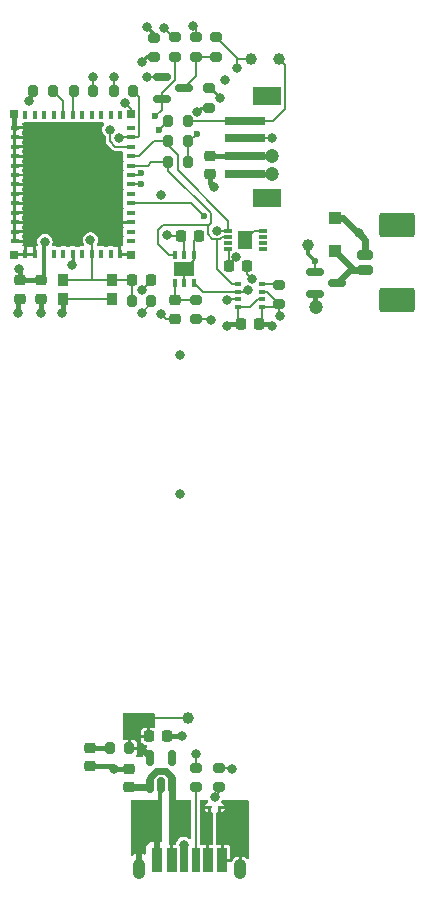
<source format=gtl>
G04 #@! TF.GenerationSoftware,KiCad,Pcbnew,7.0.7*
G04 #@! TF.CreationDate,2023-11-19T01:45:29-05:00*
G04 #@! TF.ProjectId,room_environment_monitor,726f6f6d-5f65-46e7-9669-726f6e6d656e,rev?*
G04 #@! TF.SameCoordinates,Original*
G04 #@! TF.FileFunction,Copper,L1,Top*
G04 #@! TF.FilePolarity,Positive*
%FSLAX46Y46*%
G04 Gerber Fmt 4.6, Leading zero omitted, Abs format (unit mm)*
G04 Created by KiCad (PCBNEW 7.0.7) date 2023-11-19 01:45:29*
%MOMM*%
%LPD*%
G01*
G04 APERTURE LIST*
G04 Aperture macros list*
%AMRoundRect*
0 Rectangle with rounded corners*
0 $1 Rounding radius*
0 $2 $3 $4 $5 $6 $7 $8 $9 X,Y pos of 4 corners*
0 Add a 4 corners polygon primitive as box body*
4,1,4,$2,$3,$4,$5,$6,$7,$8,$9,$2,$3,0*
0 Add four circle primitives for the rounded corners*
1,1,$1+$1,$2,$3*
1,1,$1+$1,$4,$5*
1,1,$1+$1,$6,$7*
1,1,$1+$1,$8,$9*
0 Add four rect primitives between the rounded corners*
20,1,$1+$1,$2,$3,$4,$5,0*
20,1,$1+$1,$4,$5,$6,$7,0*
20,1,$1+$1,$6,$7,$8,$9,0*
20,1,$1+$1,$8,$9,$2,$3,0*%
%AMFreePoly0*
4,1,6,0.725000,-0.725000,-0.725000,-0.725000,-0.725000,0.125000,-0.125000,0.725000,0.725000,0.725000,0.725000,-0.725000,0.725000,-0.725000,$1*%
G04 Aperture macros list end*
G04 #@! TA.AperFunction,SMDPad,CuDef*
%ADD10RoundRect,0.200000X0.200000X0.275000X-0.200000X0.275000X-0.200000X-0.275000X0.200000X-0.275000X0*%
G04 #@! TD*
G04 #@! TA.AperFunction,SMDPad,CuDef*
%ADD11RoundRect,0.200000X0.275000X-0.200000X0.275000X0.200000X-0.275000X0.200000X-0.275000X-0.200000X0*%
G04 #@! TD*
G04 #@! TA.AperFunction,SMDPad,CuDef*
%ADD12RoundRect,0.200000X-0.275000X0.200000X-0.275000X-0.200000X0.275000X-0.200000X0.275000X0.200000X0*%
G04 #@! TD*
G04 #@! TA.AperFunction,SMDPad,CuDef*
%ADD13RoundRect,0.225000X-0.225000X-0.250000X0.225000X-0.250000X0.225000X0.250000X-0.225000X0.250000X0*%
G04 #@! TD*
G04 #@! TA.AperFunction,SMDPad,CuDef*
%ADD14RoundRect,0.150000X-0.587500X-0.150000X0.587500X-0.150000X0.587500X0.150000X-0.587500X0.150000X0*%
G04 #@! TD*
G04 #@! TA.AperFunction,SMDPad,CuDef*
%ADD15RoundRect,0.150000X0.150000X-0.512500X0.150000X0.512500X-0.150000X0.512500X-0.150000X-0.512500X0*%
G04 #@! TD*
G04 #@! TA.AperFunction,SMDPad,CuDef*
%ADD16RoundRect,0.200000X-0.200000X-0.275000X0.200000X-0.275000X0.200000X0.275000X-0.200000X0.275000X0*%
G04 #@! TD*
G04 #@! TA.AperFunction,ComponentPad*
%ADD17O,1.066800X1.701800*%
G04 #@! TD*
G04 #@! TA.AperFunction,SMDPad,CuDef*
%ADD18R,0.889000X2.006600*%
G04 #@! TD*
G04 #@! TA.AperFunction,SMDPad,CuDef*
%ADD19R,0.812800X2.006600*%
G04 #@! TD*
G04 #@! TA.AperFunction,SMDPad,CuDef*
%ADD20R,0.711200X2.006600*%
G04 #@! TD*
G04 #@! TA.AperFunction,SMDPad,CuDef*
%ADD21R,0.500000X0.350000*%
G04 #@! TD*
G04 #@! TA.AperFunction,SMDPad,CuDef*
%ADD22C,1.000000*%
G04 #@! TD*
G04 #@! TA.AperFunction,SMDPad,CuDef*
%ADD23R,1.701800X1.244600*%
G04 #@! TD*
G04 #@! TA.AperFunction,SMDPad,CuDef*
%ADD24R,0.355600X0.660400*%
G04 #@! TD*
G04 #@! TA.AperFunction,SMDPad,CuDef*
%ADD25RoundRect,0.225000X-0.250000X0.225000X-0.250000X-0.225000X0.250000X-0.225000X0.250000X0.225000X0*%
G04 #@! TD*
G04 #@! TA.AperFunction,SMDPad,CuDef*
%ADD26R,0.700000X0.700000*%
G04 #@! TD*
G04 #@! TA.AperFunction,SMDPad,CuDef*
%ADD27R,1.450000X1.450000*%
G04 #@! TD*
G04 #@! TA.AperFunction,SMDPad,CuDef*
%ADD28FreePoly0,90.000000*%
G04 #@! TD*
G04 #@! TA.AperFunction,SMDPad,CuDef*
%ADD29R,0.800000X0.400000*%
G04 #@! TD*
G04 #@! TA.AperFunction,SMDPad,CuDef*
%ADD30R,0.400000X0.800000*%
G04 #@! TD*
G04 #@! TA.AperFunction,SMDPad,CuDef*
%ADD31R,2.387600X1.600200*%
G04 #@! TD*
G04 #@! TA.AperFunction,SMDPad,CuDef*
%ADD32R,3.352800X0.711200*%
G04 #@! TD*
G04 #@! TA.AperFunction,SMDPad,CuDef*
%ADD33RoundRect,0.062500X0.117500X0.062500X-0.117500X0.062500X-0.117500X-0.062500X0.117500X-0.062500X0*%
G04 #@! TD*
G04 #@! TA.AperFunction,SMDPad,CuDef*
%ADD34RoundRect,0.218750X0.256250X-0.218750X0.256250X0.218750X-0.256250X0.218750X-0.256250X-0.218750X0*%
G04 #@! TD*
G04 #@! TA.AperFunction,SMDPad,CuDef*
%ADD35RoundRect,0.225000X0.250000X-0.225000X0.250000X0.225000X-0.250000X0.225000X-0.250000X-0.225000X0*%
G04 #@! TD*
G04 #@! TA.AperFunction,SMDPad,CuDef*
%ADD36RoundRect,0.250001X1.249999X-0.799999X1.249999X0.799999X-1.249999X0.799999X-1.249999X-0.799999X0*%
G04 #@! TD*
G04 #@! TA.AperFunction,SMDPad,CuDef*
%ADD37RoundRect,0.200000X0.450000X-0.200000X0.450000X0.200000X-0.450000X0.200000X-0.450000X-0.200000X0*%
G04 #@! TD*
G04 #@! TA.AperFunction,SMDPad,CuDef*
%ADD38RoundRect,0.225000X0.225000X0.250000X-0.225000X0.250000X-0.225000X-0.250000X0.225000X-0.250000X0*%
G04 #@! TD*
G04 #@! TA.AperFunction,SMDPad,CuDef*
%ADD39R,0.900000X1.000000*%
G04 #@! TD*
G04 #@! TA.AperFunction,SMDPad,CuDef*
%ADD40R,1.300000X1.500000*%
G04 #@! TD*
G04 #@! TA.AperFunction,SMDPad,CuDef*
%ADD41R,0.750000X0.300000*%
G04 #@! TD*
G04 #@! TA.AperFunction,SMDPad,CuDef*
%ADD42RoundRect,0.250000X-0.300000X0.300000X-0.300000X-0.300000X0.300000X-0.300000X0.300000X0.300000X0*%
G04 #@! TD*
G04 #@! TA.AperFunction,ViaPad*
%ADD43C,0.800000*%
G04 #@! TD*
G04 #@! TA.AperFunction,ViaPad*
%ADD44C,1.200000*%
G04 #@! TD*
G04 #@! TA.AperFunction,ViaPad*
%ADD45C,0.600000*%
G04 #@! TD*
G04 #@! TA.AperFunction,Conductor*
%ADD46C,0.200000*%
G04 #@! TD*
G04 #@! TA.AperFunction,Conductor*
%ADD47C,0.250000*%
G04 #@! TD*
G04 #@! TA.AperFunction,Conductor*
%ADD48C,0.400000*%
G04 #@! TD*
G04 #@! TA.AperFunction,Conductor*
%ADD49C,0.300000*%
G04 #@! TD*
G04 #@! TA.AperFunction,Conductor*
%ADD50C,0.600000*%
G04 #@! TD*
G04 #@! TA.AperFunction,Conductor*
%ADD51C,0.150000*%
G04 #@! TD*
G04 APERTURE END LIST*
D10*
X98425000Y-77000000D03*
X96775000Y-77000000D03*
D11*
X117600000Y-93412500D03*
X117600000Y-95062500D03*
D12*
X112250000Y-74075000D03*
X112250000Y-72425000D03*
X110500000Y-74075000D03*
X110500000Y-72425000D03*
D10*
X108175000Y-79500000D03*
X109825000Y-79500000D03*
D13*
X106700000Y-93000000D03*
X105150000Y-93000000D03*
X110775000Y-89250000D03*
X109225000Y-89250000D03*
D14*
X122500000Y-93250000D03*
X120625000Y-94200000D03*
X120625000Y-92300000D03*
D15*
X106625000Y-133487500D03*
X108525000Y-133487500D03*
X108525000Y-135762500D03*
X107575000Y-135762500D03*
X106625000Y-135762500D03*
D16*
X109825000Y-83000000D03*
X108175000Y-83000000D03*
D17*
X105730001Y-142900003D03*
X114269999Y-142900003D03*
D18*
X112750000Y-142100002D03*
D19*
X111520000Y-142100002D03*
D20*
X109500001Y-142100002D03*
D18*
X107250000Y-142100002D03*
D19*
X108480000Y-142100002D03*
D20*
X110499999Y-142100002D03*
D21*
X116150000Y-95287500D03*
X116150000Y-94637500D03*
X116150000Y-93987500D03*
X116150000Y-93337500D03*
X114100000Y-93337500D03*
X114100000Y-93987500D03*
X114100000Y-94637500D03*
X114100000Y-95287500D03*
D22*
X109900000Y-130100000D03*
D23*
X109550001Y-92056200D03*
D24*
X108750000Y-90862400D03*
X109550001Y-90862400D03*
X110350002Y-90862400D03*
X110350002Y-93250000D03*
X109550001Y-93250000D03*
X108750000Y-93250000D03*
D25*
X111750000Y-84025000D03*
X111750000Y-82475000D03*
D11*
X112500000Y-134300000D03*
X112500000Y-135950000D03*
D26*
X95150000Y-90850000D03*
X105050000Y-90850000D03*
X105050000Y-78950000D03*
X95150000Y-78950000D03*
D27*
X102075000Y-82925000D03*
X100100000Y-82925000D03*
X98125000Y-82925000D03*
X102075000Y-84900000D03*
X100100000Y-84900000D03*
X98125000Y-84900000D03*
X102075000Y-86875000D03*
X100100000Y-86875000D03*
D28*
X98125000Y-86875000D03*
D29*
X95200000Y-89700000D03*
X95200000Y-88900000D03*
X95200000Y-88100000D03*
X95200000Y-87300000D03*
X95200000Y-86500000D03*
X95200000Y-85700000D03*
X95200000Y-84900000D03*
X95200000Y-84100000D03*
X95200000Y-83300000D03*
X95200000Y-82500000D03*
X95200000Y-81700000D03*
X95200000Y-80900000D03*
X95200000Y-80100000D03*
D30*
X96100000Y-79000000D03*
X96900000Y-79000000D03*
X97700000Y-79000000D03*
X98500000Y-79000000D03*
X99300000Y-79000000D03*
X100100000Y-79000000D03*
X100900000Y-79000000D03*
X101700000Y-79000000D03*
X102500000Y-79000000D03*
X103300000Y-79000000D03*
X104100000Y-79000000D03*
D29*
X105000000Y-80100000D03*
X105000000Y-80900000D03*
X105000000Y-81700000D03*
X105000000Y-82500000D03*
X105000000Y-83300000D03*
X105000000Y-84100000D03*
X105000000Y-84900000D03*
X105000000Y-85700000D03*
X105000000Y-86500000D03*
X105000000Y-87300000D03*
X105000000Y-88100000D03*
X105000000Y-88900000D03*
X105000000Y-89700000D03*
D30*
X104100000Y-90800000D03*
X103300000Y-90800000D03*
X102500000Y-90800000D03*
X101700000Y-90800000D03*
X100900000Y-90800000D03*
X100100000Y-90800000D03*
X99300000Y-90800000D03*
X98500000Y-90800000D03*
X97700000Y-90800000D03*
X96900000Y-90800000D03*
X96100000Y-90800000D03*
D31*
X116528448Y-86050002D03*
X116528448Y-77449998D03*
D32*
X114645800Y-84000001D03*
X114645800Y-82500001D03*
X114645800Y-80999999D03*
X114645800Y-79499999D03*
D22*
X117600000Y-74300000D03*
D13*
X108100000Y-131625000D03*
X106550000Y-131625000D03*
D33*
X112545000Y-137650000D03*
X111705000Y-137650000D03*
D12*
X108750000Y-74075000D03*
X108750000Y-72425000D03*
X107000000Y-74112500D03*
X107000000Y-72462500D03*
D16*
X109825000Y-81250000D03*
X108175000Y-81250000D03*
D10*
X105100000Y-94750000D03*
X106750000Y-94750000D03*
D11*
X110500000Y-134300000D03*
X110500000Y-135950000D03*
D34*
X101575000Y-132587500D03*
X101575000Y-134162500D03*
D35*
X104825000Y-134350000D03*
X104825000Y-135900000D03*
D36*
X127575000Y-88350000D03*
X127575000Y-94700000D03*
D37*
X124825000Y-90900000D03*
X124825000Y-92150000D03*
D16*
X101825000Y-77000000D03*
X100175000Y-77000000D03*
D12*
X111600000Y-78400000D03*
X111600000Y-76750000D03*
D38*
X114325000Y-96737500D03*
X115875000Y-96737500D03*
D39*
X99300000Y-93000000D03*
X103400000Y-93000000D03*
X99300000Y-94600000D03*
X103400000Y-94600000D03*
D40*
X114725000Y-89575000D03*
D41*
X113275000Y-90325000D03*
X113275000Y-89825000D03*
X113275000Y-89325000D03*
X113275000Y-88825000D03*
X116175000Y-88825000D03*
X116175000Y-89325000D03*
X116175000Y-89825000D03*
X116175000Y-90325000D03*
D10*
X103250000Y-132625000D03*
X104900000Y-132625000D03*
D25*
X108750000Y-96275000D03*
X108750000Y-94725000D03*
D11*
X110500000Y-94675000D03*
X110500000Y-96325000D03*
D25*
X97400000Y-94575000D03*
X97400000Y-93025000D03*
D22*
X115200000Y-74300000D03*
D25*
X95600000Y-94575000D03*
X95600000Y-93025000D03*
D42*
X122275000Y-90550000D03*
X122275000Y-87750000D03*
D16*
X105225000Y-77000000D03*
X103575000Y-77000000D03*
D13*
X114850000Y-91800000D03*
X113300000Y-91800000D03*
D22*
X120000000Y-90000000D03*
D14*
X109500000Y-76750000D03*
X107625000Y-77700000D03*
X107625000Y-75800000D03*
D43*
X113964711Y-91056219D03*
X96400000Y-77800000D03*
X101600000Y-89600000D03*
X103575000Y-134375000D03*
X95500000Y-95800000D03*
X97425000Y-95750000D03*
X107600000Y-95900000D03*
D44*
X117000000Y-84000000D03*
D43*
X109325000Y-131625000D03*
X110575000Y-133125000D03*
X106400000Y-71600000D03*
X98000000Y-85000000D03*
X106000000Y-137750000D03*
X113200000Y-96900000D03*
X104500000Y-78000000D03*
X107600000Y-85800000D03*
X98000000Y-83000000D03*
X106000000Y-139500000D03*
X115300000Y-92900000D03*
X109550001Y-92056200D03*
D44*
X120700000Y-95300000D03*
D43*
X102000000Y-85000000D03*
X109200000Y-99300000D03*
X114250000Y-137750000D03*
X105985081Y-93804619D03*
X98000000Y-86800000D03*
X113000000Y-138500000D03*
X114700000Y-89600000D03*
X109200000Y-111100000D03*
X113580000Y-134370000D03*
X114250000Y-139500000D03*
X107000000Y-138500000D03*
X99175000Y-95750000D03*
X112100000Y-85100000D03*
X104000000Y-81000000D03*
X111800000Y-96400000D03*
X117000000Y-96900000D03*
X112600000Y-77575000D03*
X106400000Y-75800000D03*
X108100000Y-89200000D03*
X105075000Y-130125000D03*
X113020000Y-76050000D03*
X107815962Y-71673806D03*
X95537701Y-92062299D03*
X113200000Y-94700000D03*
X105075000Y-131125000D03*
X106325000Y-130125000D03*
D45*
X110600000Y-80600000D03*
D43*
X97750000Y-89750000D03*
X103600000Y-75800000D03*
X117650000Y-96062500D03*
X106000000Y-95750000D03*
X110250000Y-71500000D03*
D44*
X117000000Y-82500000D03*
D43*
X109500000Y-139500000D03*
X111500000Y-138550000D03*
X109500000Y-137750000D03*
X124300000Y-89000000D03*
X111500000Y-140000000D03*
X110657911Y-78736508D03*
X103250000Y-80250000D03*
D45*
X107400000Y-80300000D03*
X105900000Y-84900000D03*
X111200000Y-87600000D03*
X120600000Y-91400000D03*
X107100000Y-79100000D03*
X105900000Y-83900000D03*
D43*
X112300000Y-88800000D03*
X114949051Y-93835863D03*
X112120000Y-136750000D03*
X109500000Y-140800000D03*
X101800000Y-75800000D03*
X117000000Y-81000000D03*
X114000000Y-75000000D03*
X106000000Y-74500000D03*
X100000000Y-91750000D03*
D46*
X113300000Y-91720930D02*
X113964711Y-91056219D01*
X113300000Y-91800000D02*
X113300000Y-91720930D01*
X96775000Y-77425000D02*
X96400000Y-77800000D01*
X96775000Y-77000000D02*
X96775000Y-77425000D01*
X101700000Y-90800000D02*
X101700000Y-92950000D01*
X101750000Y-93000000D02*
X103400000Y-93000000D01*
X101700000Y-90800000D02*
X101700000Y-89700000D01*
X105150000Y-93000000D02*
X105150000Y-94700000D01*
X101700000Y-89700000D02*
X101600000Y-89600000D01*
X101700000Y-92950000D02*
X101750000Y-93000000D01*
X101750000Y-93000000D02*
X99300000Y-93000000D01*
X103400000Y-93000000D02*
X105150000Y-93000000D01*
X108750000Y-96275000D02*
X107975000Y-96275000D01*
X109550001Y-93250000D02*
X109550001Y-92056200D01*
D47*
X107000000Y-72200000D02*
X106400000Y-71600000D01*
D46*
X107975000Y-96275000D02*
X107600000Y-95900000D01*
X115125000Y-95287500D02*
X115775000Y-94637500D01*
X114100000Y-95287500D02*
X114100000Y-96512500D01*
X109550001Y-92056200D02*
X110350002Y-91256199D01*
D48*
X111750000Y-84750000D02*
X112100000Y-85100000D01*
X114325000Y-96737500D02*
X113362500Y-96737500D01*
D46*
X110350002Y-90862400D02*
X110350002Y-89674998D01*
X110350002Y-91256199D02*
X110350002Y-90862400D01*
X115475000Y-88825000D02*
X114725000Y-89575000D01*
D48*
X97425000Y-94525000D02*
X97425000Y-95750000D01*
X103362500Y-134162500D02*
X103575000Y-134375000D01*
D46*
X110350002Y-89674998D02*
X110775000Y-89250000D01*
X114850000Y-91800000D02*
X114850000Y-92450000D01*
D48*
X111750000Y-84025000D02*
X111750000Y-84750000D01*
D46*
X106700000Y-93089700D02*
X105985081Y-93804619D01*
D48*
X99300000Y-94600000D02*
X99300000Y-95625000D01*
X104825000Y-134350000D02*
X103600000Y-134350000D01*
X103600000Y-134350000D02*
X103575000Y-134375000D01*
D46*
X116175000Y-88825000D02*
X115475000Y-88825000D01*
X114100000Y-95287500D02*
X115125000Y-95287500D01*
X113510000Y-134300000D02*
X113580000Y-134370000D01*
D48*
X114645800Y-84000001D02*
X117000000Y-84000000D01*
X120625000Y-94200000D02*
X120625000Y-95225000D01*
X95150000Y-78950000D02*
X95150000Y-80050000D01*
D46*
X110575000Y-134300000D02*
X110575000Y-133125000D01*
X115775000Y-94637500D02*
X116150000Y-94637500D01*
X105050000Y-78550000D02*
X104500000Y-78000000D01*
D48*
X95500000Y-94525000D02*
X95500000Y-95800000D01*
D46*
X114850000Y-92450000D02*
X115300000Y-92900000D01*
D48*
X113362500Y-96737500D02*
X113200000Y-96900000D01*
D46*
X112500000Y-134300000D02*
X113510000Y-134300000D01*
D48*
X120625000Y-95225000D02*
X120700000Y-95300000D01*
D46*
X105050000Y-78950000D02*
X105050000Y-78550000D01*
X103400000Y-94600000D02*
X99300000Y-94600000D01*
D48*
X99300000Y-95625000D02*
X99175000Y-95750000D01*
X101575000Y-134162500D02*
X103362500Y-134162500D01*
X95150000Y-80050000D02*
X95200000Y-80100000D01*
X108100000Y-131625000D02*
X109325000Y-131625000D01*
D46*
X105000000Y-80900000D02*
X104100000Y-80900000D01*
X105000000Y-80900000D02*
X105600000Y-80900000D01*
X105600000Y-80900000D02*
X105700000Y-80800000D01*
X104100000Y-80900000D02*
X104000000Y-81000000D01*
X105700000Y-80800000D02*
X105700000Y-77475000D01*
X105700000Y-77475000D02*
X105225000Y-77000000D01*
X116150000Y-95287500D02*
X116150000Y-96462500D01*
X113612500Y-94637500D02*
X113200000Y-94700000D01*
X107200000Y-75800000D02*
X106400000Y-75800000D01*
X114100000Y-94637500D02*
X113612500Y-94637500D01*
X103575000Y-77000000D02*
X103575000Y-75825000D01*
X106350000Y-130100000D02*
X109900000Y-130100000D01*
X109550001Y-89575001D02*
X109225000Y-89250000D01*
D49*
X97700000Y-92700000D02*
X97700000Y-90800000D01*
D48*
X115875000Y-96737500D02*
X116837500Y-96737500D01*
D46*
X116150000Y-93987500D02*
X116525000Y-93987500D01*
X117600000Y-95062500D02*
X117600000Y-96137500D01*
D49*
X97700000Y-90800000D02*
X97700000Y-89800000D01*
D46*
X109550001Y-90862400D02*
X109550001Y-89575001D01*
D48*
X95600000Y-92124598D02*
X95537701Y-92062299D01*
D46*
X103575000Y-75825000D02*
X103600000Y-75800000D01*
X113200000Y-94700000D02*
X113487500Y-94637500D01*
D49*
X97425000Y-92975000D02*
X97700000Y-92700000D01*
D46*
X113487500Y-94637500D02*
X113550000Y-94637500D01*
X109950000Y-81250000D02*
X110600000Y-80600000D01*
X113300000Y-91800000D02*
X113300000Y-90350000D01*
D50*
X106625000Y-133375000D02*
X105875000Y-132625000D01*
D48*
X116837500Y-96737500D02*
X117000000Y-96900000D01*
D46*
X109225000Y-89250000D02*
X108150000Y-89250000D01*
X111725000Y-96325000D02*
X111800000Y-96400000D01*
D48*
X95600000Y-93025000D02*
X95600000Y-92124598D01*
D46*
X110500000Y-96325000D02*
X111725000Y-96325000D01*
D47*
X111775000Y-76750000D02*
X112600000Y-77575000D01*
D48*
X95600000Y-93025000D02*
X97400000Y-93025000D01*
D46*
X106750000Y-94925000D02*
X105925000Y-95750000D01*
D49*
X97700000Y-89800000D02*
X97750000Y-89750000D01*
D46*
X108150000Y-89250000D02*
X108100000Y-89200000D01*
X106325000Y-130125000D02*
X106350000Y-130100000D01*
X108567156Y-72425000D02*
X107815962Y-71673806D01*
X116525000Y-93987500D02*
X117600000Y-95062500D01*
X116150000Y-95287500D02*
X117375000Y-95287500D01*
X109825000Y-83000000D02*
X109825000Y-81250000D01*
X110500000Y-94675000D02*
X108800000Y-94675000D01*
X108750000Y-93250000D02*
X108750000Y-94625000D01*
D50*
X108525000Y-135762500D02*
X108525000Y-140295002D01*
D46*
X110500000Y-71750000D02*
X110250000Y-71500000D01*
D50*
X122275000Y-87750000D02*
X123000000Y-87750000D01*
X107155760Y-134600000D02*
X107994239Y-134600000D01*
X124750000Y-89500000D02*
X124825000Y-89575000D01*
X124000000Y-88750000D02*
X124250000Y-89000000D01*
X124300000Y-89000000D02*
X124300000Y-89050000D01*
X107994239Y-134600000D02*
X108525000Y-135130761D01*
D46*
X110500000Y-72425000D02*
X110500000Y-71750000D01*
D48*
X114645800Y-82500001D02*
X117000000Y-82500000D01*
D50*
X124825000Y-89575000D02*
X124825000Y-90900000D01*
X106487500Y-135900000D02*
X106625000Y-135762500D01*
D48*
X114645800Y-82500001D02*
X111775001Y-82500001D01*
D50*
X124300000Y-89050000D02*
X124750000Y-89500000D01*
X106625000Y-135130761D02*
X107155760Y-134600000D01*
X104825000Y-135900000D02*
X106487500Y-135900000D01*
X106625000Y-135762500D02*
X106625000Y-135130761D01*
X123000000Y-87750000D02*
X124000000Y-88750000D01*
X124250000Y-89000000D02*
X124300000Y-89000000D01*
X108525000Y-135130761D02*
X108525000Y-135762500D01*
X122500000Y-93250000D02*
X123600000Y-92150000D01*
X123875000Y-92150000D02*
X124825000Y-92150000D01*
X122275000Y-90550000D02*
X123875000Y-92150000D01*
X123600000Y-92150000D02*
X123875000Y-92150000D01*
D48*
X101575000Y-132587500D02*
X103212500Y-132587500D01*
D46*
X105000000Y-81700000D02*
X103700000Y-81700000D01*
D47*
X111600000Y-78400000D02*
X110994419Y-78400000D01*
X110994419Y-78400000D02*
X110657911Y-78736508D01*
D46*
X103700000Y-81700000D02*
X103250000Y-81250000D01*
X103250000Y-81250000D02*
X103250000Y-80250000D01*
X105900000Y-84900000D02*
X105000000Y-84900000D01*
X108175000Y-79525000D02*
X107400000Y-80300000D01*
X110500000Y-74075000D02*
X112250000Y-74075000D01*
X110500000Y-75750000D02*
X110500000Y-74075000D01*
X109500000Y-76750000D02*
X110500000Y-75750000D01*
X120600000Y-91400000D02*
X120600000Y-92275000D01*
D49*
X120000000Y-90000000D02*
X120000000Y-90800000D01*
D46*
X110100000Y-86500000D02*
X111200000Y-87600000D01*
X105000000Y-86500000D02*
X110100000Y-86500000D01*
D49*
X120000000Y-90800000D02*
X120600000Y-91400000D01*
D46*
X105000000Y-84100000D02*
X105700000Y-84100000D01*
X105700000Y-84100000D02*
X105900000Y-83900000D01*
X107625000Y-77700000D02*
X107625000Y-78575000D01*
X108750000Y-76048896D02*
X108750000Y-74075000D01*
X107625000Y-78575000D02*
X107100000Y-79100000D01*
X107625000Y-77700000D02*
X107625000Y-77173896D01*
X107625000Y-77173896D02*
X108750000Y-76048896D01*
X100100000Y-77075000D02*
X100100000Y-79000000D01*
X99300000Y-79000000D02*
X99300000Y-77875000D01*
X99300000Y-77875000D02*
X98425000Y-77000000D01*
D51*
X110499999Y-142450002D02*
X110499999Y-136025001D01*
D46*
X110500000Y-135950000D02*
X110499999Y-142250002D01*
X108750000Y-90862400D02*
X108212400Y-90862400D01*
X111525000Y-89100000D02*
X111525000Y-88400000D01*
X111800000Y-87351471D02*
X111800000Y-88125000D01*
X108212400Y-90862400D02*
X107300000Y-89950000D01*
X112300000Y-89500000D02*
X111925000Y-89500000D01*
X107300000Y-89950000D02*
X107300000Y-88750000D01*
X106450000Y-83300000D02*
X106750000Y-83000000D01*
X106750000Y-83000000D02*
X108175000Y-83000000D01*
X112589950Y-89500000D02*
X112300000Y-89500000D01*
X107300000Y-88750000D02*
X107750000Y-88300000D01*
X112764950Y-89325000D02*
X112589950Y-89500000D01*
X107750000Y-88300000D02*
X111625000Y-88300000D01*
X105000000Y-83300000D02*
X106450000Y-83300000D01*
X111525000Y-88400000D02*
X111625000Y-88300000D01*
X108175000Y-83726471D02*
X111800000Y-87351471D01*
X108175000Y-83000000D02*
X108175000Y-83726471D01*
X111925000Y-89500000D02*
X111525000Y-89100000D01*
X111800000Y-88125000D02*
X111625000Y-88300000D01*
X112300000Y-89500000D02*
X112300000Y-92017462D01*
X113620038Y-93337500D02*
X114100000Y-93337500D01*
X112300000Y-92017462D02*
X113620038Y-93337500D01*
X113275000Y-89325000D02*
X112764950Y-89325000D01*
X114550000Y-93987500D02*
X114100000Y-93987500D01*
X111087502Y-93987500D02*
X110350002Y-93250000D01*
X114650000Y-93887500D02*
X114701637Y-93835863D01*
X114701637Y-93835863D02*
X114949051Y-93835863D01*
X109000000Y-82400000D02*
X109000000Y-83700000D01*
X105750000Y-82500000D02*
X107000000Y-81250000D01*
X105000000Y-82500000D02*
X105750000Y-82500000D01*
X114650000Y-93887500D02*
X114550000Y-93987500D01*
X109000000Y-83700000D02*
X113275000Y-87975000D01*
X108175000Y-81575000D02*
X109000000Y-82400000D01*
X112300000Y-88800000D02*
X113250000Y-88800000D01*
X113275000Y-87975000D02*
X113275000Y-88825000D01*
X107000000Y-81250000D02*
X108175000Y-81250000D01*
X114100000Y-93987500D02*
X111087502Y-93987500D01*
X109500001Y-142250002D02*
X109500000Y-140800000D01*
X112500000Y-135950000D02*
X112500000Y-136370000D01*
X112500000Y-136370000D02*
X112120000Y-136750000D01*
X101825000Y-75825000D02*
X101800000Y-75800000D01*
X101825000Y-77000000D02*
X101825000Y-75825000D01*
X109825000Y-79500000D02*
X114645800Y-79499999D01*
X117600000Y-74300000D02*
X118100000Y-74800000D01*
X114645800Y-79499999D02*
X117072347Y-79499999D01*
X117072347Y-79499999D02*
X118099999Y-78472347D01*
X118099999Y-78472347D02*
X118100000Y-74800000D01*
X114125000Y-74300000D02*
X115200000Y-74300000D01*
X112250000Y-72425000D02*
X114000000Y-74175000D01*
X114000000Y-74175000D02*
X114000000Y-74925000D01*
X114645800Y-80999999D02*
X117000000Y-81000000D01*
X114000000Y-74175000D02*
X114125000Y-74300000D01*
D47*
X100100000Y-91650000D02*
X100000000Y-91750000D01*
X100100000Y-90800000D02*
X100100000Y-91650000D01*
D49*
X106387500Y-74112500D02*
X106000000Y-74500000D01*
X107000000Y-74112500D02*
X106387500Y-74112500D01*
D46*
X116150000Y-93337500D02*
X117525000Y-93337500D01*
G04 #@! TA.AperFunction,Conductor*
G36*
X107700000Y-136965000D02*
G01*
X107700000Y-140472702D01*
X107680315Y-140539741D01*
X107627511Y-140585496D01*
X107576000Y-140596702D01*
X107500000Y-140596702D01*
X107500000Y-142226002D01*
X107480315Y-142293041D01*
X107427511Y-142338796D01*
X107376000Y-142350002D01*
X107124000Y-142350002D01*
X107056961Y-142330317D01*
X107011206Y-142277513D01*
X107000000Y-142226002D01*
X107000000Y-140596702D01*
X106757655Y-140596702D01*
X106698127Y-140603103D01*
X106698120Y-140603105D01*
X106563413Y-140653347D01*
X106563406Y-140653351D01*
X106448312Y-140739511D01*
X106448309Y-140739514D01*
X106362149Y-140854608D01*
X106362145Y-140854615D01*
X106311903Y-140989322D01*
X106311901Y-140989329D01*
X106305500Y-141048857D01*
X106305499Y-141048874D01*
X106305499Y-141511471D01*
X106285814Y-141578511D01*
X106233010Y-141624265D01*
X106163852Y-141634209D01*
X106133513Y-141624265D01*
X106133011Y-141625478D01*
X106127391Y-141623150D01*
X105980001Y-141578439D01*
X105980001Y-142268248D01*
X105960316Y-142335287D01*
X105907512Y-142381042D01*
X105838354Y-142390986D01*
X105831817Y-142389867D01*
X105730001Y-142369615D01*
X105628191Y-142389865D01*
X105558600Y-142383638D01*
X105503423Y-142340774D01*
X105480179Y-142274884D01*
X105480001Y-142268248D01*
X105480001Y-141578439D01*
X105480000Y-141578439D01*
X105332616Y-141623148D01*
X105182452Y-141703413D01*
X105114049Y-141717655D01*
X105048805Y-141692655D01*
X105007435Y-141636350D01*
X105000000Y-141594060D01*
X105000000Y-137124000D01*
X105019685Y-137056961D01*
X105072489Y-137011206D01*
X105124000Y-137000000D01*
X107300000Y-137000000D01*
X107300000Y-136999643D01*
X107319685Y-136932604D01*
X107324999Y-136926268D01*
X107325000Y-135636500D01*
X107344685Y-135569460D01*
X107397489Y-135523706D01*
X107449000Y-135512500D01*
X107700000Y-135512500D01*
X107700000Y-136965000D01*
G37*
G04 #@! TD.AperFunction*
G04 #@! TA.AperFunction,Conductor*
G36*
X107018039Y-129644685D02*
G01*
X107063794Y-129697489D01*
X107075000Y-129749000D01*
X107074999Y-130801335D01*
X107055314Y-130868375D01*
X107002510Y-130914129D01*
X106933352Y-130924073D01*
X106907665Y-130917516D01*
X106877015Y-130906084D01*
X106877012Y-130906083D01*
X106820428Y-130900000D01*
X106675000Y-130900000D01*
X106675000Y-131626000D01*
X106655315Y-131693039D01*
X106602511Y-131738794D01*
X106551000Y-131750000D01*
X105850001Y-131750000D01*
X105850001Y-131920439D01*
X105856081Y-131977007D01*
X105903813Y-132104981D01*
X105903815Y-132104984D01*
X105985670Y-132214329D01*
X106095015Y-132296184D01*
X106095016Y-132296185D01*
X106222989Y-132343916D01*
X106279571Y-132349999D01*
X106305077Y-132349999D01*
X106372117Y-132369681D01*
X106417874Y-132422484D01*
X106427819Y-132491642D01*
X106398797Y-132555198D01*
X106357212Y-132582781D01*
X106358548Y-132585403D01*
X106236958Y-132647356D01*
X106236949Y-132647363D01*
X106147363Y-132736949D01*
X106147360Y-132736953D01*
X106089833Y-132849855D01*
X106075000Y-132943514D01*
X106075000Y-133251000D01*
X106055315Y-133318039D01*
X106002511Y-133363794D01*
X105951000Y-133375000D01*
X105554350Y-133375000D01*
X105487311Y-133355315D01*
X105441556Y-133302511D01*
X105431612Y-133233353D01*
X105454580Y-133177366D01*
X105502346Y-133112645D01*
X105547149Y-132984604D01*
X105547149Y-132984600D01*
X105550000Y-132954206D01*
X105550000Y-132750000D01*
X104899000Y-132750000D01*
X104831961Y-132730315D01*
X104786206Y-132677511D01*
X104775000Y-132626000D01*
X104774999Y-131900000D01*
X105025000Y-131900000D01*
X105025000Y-132500000D01*
X105549999Y-132500000D01*
X105549999Y-132295803D01*
X105547148Y-132265393D01*
X105502346Y-132137354D01*
X105421792Y-132028207D01*
X105312645Y-131947653D01*
X105184602Y-131902850D01*
X105154207Y-131900000D01*
X105025000Y-131900000D01*
X104774999Y-131900000D01*
X104645804Y-131900000D01*
X104615393Y-131902851D01*
X104489954Y-131946744D01*
X104420175Y-131950305D01*
X104359548Y-131915576D01*
X104327321Y-131853582D01*
X104325000Y-131829702D01*
X104325000Y-131500000D01*
X105850000Y-131500000D01*
X106425000Y-131500000D01*
X106425000Y-130900000D01*
X106279566Y-130900000D01*
X106279559Y-130900001D01*
X106222992Y-130906081D01*
X106095018Y-130953813D01*
X106095015Y-130953815D01*
X105985670Y-131035670D01*
X105903815Y-131145015D01*
X105903814Y-131145016D01*
X105856083Y-131272989D01*
X105850000Y-131329571D01*
X105850000Y-131500000D01*
X104325000Y-131500000D01*
X104325000Y-129749000D01*
X104344685Y-129681961D01*
X104397489Y-129636206D01*
X104449000Y-129625000D01*
X106951000Y-129625000D01*
X107018039Y-129644685D01*
G37*
G04 #@! TD.AperFunction*
G04 #@! TA.AperFunction,Conductor*
G36*
X110092539Y-137019685D02*
G01*
X110138294Y-137072489D01*
X110149500Y-137124000D01*
X110149499Y-140230829D01*
X110129814Y-140297868D01*
X110077010Y-140343623D01*
X110007852Y-140353567D01*
X109944296Y-140324542D01*
X109943273Y-140323645D01*
X109872240Y-140260717D01*
X109872238Y-140260715D01*
X109732365Y-140187303D01*
X109578986Y-140149500D01*
X109578985Y-140149500D01*
X109421015Y-140149500D01*
X109421014Y-140149500D01*
X109267634Y-140187303D01*
X109127762Y-140260715D01*
X109009516Y-140365471D01*
X108919781Y-140495475D01*
X108919780Y-140495476D01*
X108863763Y-140643181D01*
X108852293Y-140737648D01*
X108824671Y-140801826D01*
X108766737Y-140840883D01*
X108729197Y-140846702D01*
X108605000Y-140846702D01*
X108605000Y-142101002D01*
X108585315Y-142168041D01*
X108532511Y-142213796D01*
X108481000Y-142225002D01*
X108479000Y-142225002D01*
X108411961Y-142205317D01*
X108366206Y-142152513D01*
X108355000Y-142101002D01*
X108355000Y-140846702D01*
X108347101Y-140838803D01*
X108306961Y-140827017D01*
X108261206Y-140774213D01*
X108250000Y-140722702D01*
X108250000Y-137124000D01*
X108269685Y-137056961D01*
X108322489Y-137011206D01*
X108374000Y-137000000D01*
X110025500Y-137000000D01*
X110092539Y-137019685D01*
G37*
G04 #@! TD.AperFunction*
G04 #@! TA.AperFunction,Conductor*
G36*
X111504104Y-137019685D02*
G01*
X111539115Y-137053560D01*
X111566548Y-137093304D01*
X111588431Y-137159659D01*
X111570965Y-137227311D01*
X111519697Y-137274780D01*
X111513488Y-137277206D01*
X111405490Y-137327567D01*
X111327566Y-137405491D01*
X111280991Y-137505370D01*
X111280990Y-137505375D01*
X111278406Y-137524998D01*
X111278408Y-137525000D01*
X111706000Y-137525000D01*
X111773039Y-137544685D01*
X111818794Y-137597489D01*
X111830000Y-137649000D01*
X111830000Y-138024999D01*
X111859115Y-138024999D01*
X111859806Y-138024908D01*
X111860015Y-138024940D01*
X111863167Y-138024734D01*
X111863213Y-138025439D01*
X111928842Y-138035669D01*
X111981101Y-138082045D01*
X112000000Y-138147846D01*
X112000000Y-140722702D01*
X111980315Y-140789741D01*
X111927511Y-140835496D01*
X111876000Y-140846702D01*
X111645000Y-140846702D01*
X111645000Y-142101002D01*
X111625315Y-142168041D01*
X111572511Y-142213796D01*
X111521000Y-142225002D01*
X111519000Y-142225002D01*
X111451961Y-142205317D01*
X111406206Y-142152513D01*
X111395000Y-142101002D01*
X111395000Y-140846702D01*
X111088971Y-140846702D01*
X111010072Y-140862396D01*
X110961690Y-140862396D01*
X110950308Y-140860132D01*
X110888397Y-140827747D01*
X110853823Y-140767032D01*
X110850499Y-140738515D01*
X110850500Y-137775001D01*
X111278406Y-137775001D01*
X111280990Y-137794624D01*
X111280991Y-137794629D01*
X111327566Y-137894508D01*
X111405491Y-137972433D01*
X111505373Y-138019009D01*
X111505372Y-138019009D01*
X111550868Y-138024998D01*
X111550884Y-138024999D01*
X111580000Y-138024998D01*
X111580000Y-137775000D01*
X111278408Y-137775000D01*
X111278406Y-137775001D01*
X110850500Y-137775001D01*
X110850500Y-137124000D01*
X110870185Y-137056961D01*
X110922989Y-137011206D01*
X110974500Y-137000000D01*
X111437065Y-137000000D01*
X111504104Y-137019685D01*
G37*
G04 #@! TD.AperFunction*
G04 #@! TA.AperFunction,Conductor*
G36*
X102165166Y-79611275D02*
G01*
X102168829Y-79613628D01*
X102202260Y-79635966D01*
X102202262Y-79635966D01*
X102202263Y-79635967D01*
X102275321Y-79650499D01*
X102275324Y-79650500D01*
X102637125Y-79650500D01*
X102704164Y-79670185D01*
X102749919Y-79722989D01*
X102759863Y-79792147D01*
X102739175Y-79844940D01*
X102669781Y-79945475D01*
X102669780Y-79945476D01*
X102613762Y-80093181D01*
X102594722Y-80249999D01*
X102594722Y-80250000D01*
X102613762Y-80406818D01*
X102669780Y-80554523D01*
X102669781Y-80554524D01*
X102759517Y-80684531D01*
X102820109Y-80738210D01*
X102857726Y-80771535D01*
X102894853Y-80830723D01*
X102899500Y-80864350D01*
X102899500Y-81200788D01*
X102896861Y-81226232D01*
X102894957Y-81235311D01*
X102894957Y-81235317D01*
X102899023Y-81267937D01*
X102899500Y-81275614D01*
X102899500Y-81279040D01*
X102901891Y-81293373D01*
X102903087Y-81300541D01*
X102909427Y-81351393D01*
X102911520Y-81358426D01*
X102913908Y-81365381D01*
X102938295Y-81410444D01*
X102960801Y-81456483D01*
X102965065Y-81462455D01*
X102969580Y-81468256D01*
X103007275Y-81502958D01*
X103417362Y-81913044D01*
X103433486Y-81932899D01*
X103438563Y-81940669D01*
X103464508Y-81960862D01*
X103470260Y-81965942D01*
X103472693Y-81968375D01*
X103490438Y-81981044D01*
X103530874Y-82012517D01*
X103530876Y-82012517D01*
X103537310Y-82015999D01*
X103537344Y-82016016D01*
X103537390Y-82016041D01*
X103543932Y-82019239D01*
X103543933Y-82019239D01*
X103543934Y-82019240D01*
X103558078Y-82023451D01*
X103593045Y-82033862D01*
X103641509Y-82050499D01*
X103641512Y-82050500D01*
X103641515Y-82050500D01*
X103648625Y-82051687D01*
X103648731Y-82051700D01*
X103648855Y-82051720D01*
X103656046Y-82052617D01*
X103707231Y-82050500D01*
X104243126Y-82050500D01*
X104310165Y-82070185D01*
X104355920Y-82122989D01*
X104365864Y-82192147D01*
X104364743Y-82198691D01*
X104349500Y-82275321D01*
X104349500Y-82724678D01*
X104364032Y-82797735D01*
X104364033Y-82797739D01*
X104364034Y-82797740D01*
X104386329Y-82831108D01*
X104386331Y-82831110D01*
X104407208Y-82897788D01*
X104388723Y-82965168D01*
X104386337Y-82968879D01*
X104381708Y-82975807D01*
X104364033Y-83002260D01*
X104364032Y-83002264D01*
X104349500Y-83075321D01*
X104349500Y-83524678D01*
X104364032Y-83597735D01*
X104364033Y-83597739D01*
X104364034Y-83597740D01*
X104386329Y-83631108D01*
X104386331Y-83631110D01*
X104407208Y-83697788D01*
X104388723Y-83765168D01*
X104386337Y-83768879D01*
X104381708Y-83775807D01*
X104364033Y-83802260D01*
X104364032Y-83802264D01*
X104349500Y-83875321D01*
X104349500Y-84324678D01*
X104364032Y-84397735D01*
X104364033Y-84397739D01*
X104364034Y-84397740D01*
X104386329Y-84431108D01*
X104386331Y-84431110D01*
X104407208Y-84497788D01*
X104388723Y-84565168D01*
X104386337Y-84568879D01*
X104381708Y-84575807D01*
X104364033Y-84602260D01*
X104364032Y-84602264D01*
X104349500Y-84675321D01*
X104349500Y-85124678D01*
X104364032Y-85197735D01*
X104364033Y-85197739D01*
X104364034Y-85197740D01*
X104386329Y-85231108D01*
X104386331Y-85231110D01*
X104407208Y-85297788D01*
X104388723Y-85365168D01*
X104386337Y-85368879D01*
X104381708Y-85375807D01*
X104364033Y-85402260D01*
X104364032Y-85402264D01*
X104349500Y-85475321D01*
X104349500Y-85924678D01*
X104364032Y-85997735D01*
X104364033Y-85997739D01*
X104364034Y-85997740D01*
X104386329Y-86031108D01*
X104386331Y-86031110D01*
X104407208Y-86097788D01*
X104388723Y-86165168D01*
X104386337Y-86168879D01*
X104381708Y-86175807D01*
X104364033Y-86202260D01*
X104364032Y-86202264D01*
X104349500Y-86275321D01*
X104349500Y-86724678D01*
X104364032Y-86797735D01*
X104364033Y-86797739D01*
X104364034Y-86797740D01*
X104386329Y-86831108D01*
X104386331Y-86831110D01*
X104407208Y-86897788D01*
X104388723Y-86965168D01*
X104386337Y-86968879D01*
X104381708Y-86975807D01*
X104364033Y-87002260D01*
X104364032Y-87002264D01*
X104349500Y-87075321D01*
X104349500Y-87524678D01*
X104364032Y-87597735D01*
X104364035Y-87597742D01*
X104386631Y-87631561D01*
X104407508Y-87698239D01*
X104389022Y-87765619D01*
X104386632Y-87769338D01*
X104364505Y-87802454D01*
X104364503Y-87802459D01*
X104350000Y-87875371D01*
X104350000Y-87975000D01*
X105001000Y-87975000D01*
X105068039Y-87994685D01*
X105113794Y-88047489D01*
X105125000Y-88099000D01*
X105125000Y-88101000D01*
X105105315Y-88168039D01*
X105052511Y-88213794D01*
X105001000Y-88225000D01*
X104350000Y-88225000D01*
X104350000Y-88324628D01*
X104364503Y-88397540D01*
X104364505Y-88397546D01*
X104386631Y-88430660D01*
X104407508Y-88497337D01*
X104389023Y-88564717D01*
X104386632Y-88568437D01*
X104364034Y-88602257D01*
X104364032Y-88602264D01*
X104349500Y-88675321D01*
X104349500Y-89124678D01*
X104364032Y-89197735D01*
X104364033Y-89197739D01*
X104364034Y-89197740D01*
X104386329Y-89231108D01*
X104386331Y-89231110D01*
X104407208Y-89297788D01*
X104388723Y-89365168D01*
X104386337Y-89368879D01*
X104381708Y-89375807D01*
X104364033Y-89402260D01*
X104364032Y-89402264D01*
X104349500Y-89475321D01*
X104349500Y-89475326D01*
X104349500Y-89924674D01*
X104349500Y-89924676D01*
X104349499Y-89924676D01*
X104364843Y-90001808D01*
X104358616Y-90071400D01*
X104315753Y-90126577D01*
X104249864Y-90149822D01*
X104243226Y-90150000D01*
X104225000Y-90150000D01*
X104225000Y-90675000D01*
X104488638Y-90675000D01*
X104555677Y-90694685D01*
X104576319Y-90711319D01*
X104590000Y-90725000D01*
X105051000Y-90725000D01*
X105118039Y-90744685D01*
X105163794Y-90797489D01*
X105175000Y-90849000D01*
X105175000Y-90851000D01*
X105155315Y-90918039D01*
X105102511Y-90963794D01*
X105051000Y-90975000D01*
X104511362Y-90975000D01*
X104444323Y-90955315D01*
X104423681Y-90938681D01*
X104410000Y-90925000D01*
X104099000Y-90925000D01*
X104031961Y-90905315D01*
X103986206Y-90852511D01*
X103975000Y-90801000D01*
X103975000Y-90150000D01*
X103875373Y-90150000D01*
X103802459Y-90164503D01*
X103802454Y-90164505D01*
X103769338Y-90186632D01*
X103702660Y-90207508D01*
X103635281Y-90189022D01*
X103631561Y-90186631D01*
X103597742Y-90164035D01*
X103597735Y-90164032D01*
X103524677Y-90149500D01*
X103524674Y-90149500D01*
X103075326Y-90149500D01*
X103075323Y-90149500D01*
X103002264Y-90164032D01*
X103002260Y-90164033D01*
X102968890Y-90186331D01*
X102902212Y-90207208D01*
X102834832Y-90188723D01*
X102831110Y-90186331D01*
X102797739Y-90164033D01*
X102797735Y-90164032D01*
X102724677Y-90149500D01*
X102724674Y-90149500D01*
X102275326Y-90149500D01*
X102275324Y-90149500D01*
X102269068Y-90150744D01*
X102199477Y-90144512D01*
X102144302Y-90101646D01*
X102121061Y-90035755D01*
X102137133Y-89967759D01*
X102142829Y-89958692D01*
X102180220Y-89904523D01*
X102236237Y-89756818D01*
X102255278Y-89600000D01*
X102252243Y-89575000D01*
X102236237Y-89443181D01*
X102214992Y-89387163D01*
X102180220Y-89295477D01*
X102090483Y-89165470D01*
X101972240Y-89060717D01*
X101972238Y-89060716D01*
X101972237Y-89060715D01*
X101832365Y-88987303D01*
X101678986Y-88949500D01*
X101678985Y-88949500D01*
X101521015Y-88949500D01*
X101521014Y-88949500D01*
X101367634Y-88987303D01*
X101227762Y-89060715D01*
X101109516Y-89165471D01*
X101019781Y-89295475D01*
X101019780Y-89295476D01*
X100963762Y-89443181D01*
X100944722Y-89599999D01*
X100944722Y-89600000D01*
X100963762Y-89756818D01*
X101019780Y-89904523D01*
X101033689Y-89924674D01*
X101054663Y-89955060D01*
X101076546Y-90021415D01*
X101059081Y-90089066D01*
X101007813Y-90136536D01*
X100952613Y-90149500D01*
X100675323Y-90149500D01*
X100602264Y-90164032D01*
X100602260Y-90164033D01*
X100568890Y-90186331D01*
X100502212Y-90207208D01*
X100434832Y-90188723D01*
X100431110Y-90186331D01*
X100397739Y-90164033D01*
X100397735Y-90164032D01*
X100324677Y-90149500D01*
X100324674Y-90149500D01*
X99875326Y-90149500D01*
X99875323Y-90149500D01*
X99802264Y-90164032D01*
X99802260Y-90164033D01*
X99768890Y-90186331D01*
X99702212Y-90207208D01*
X99634832Y-90188723D01*
X99631110Y-90186331D01*
X99597739Y-90164033D01*
X99597735Y-90164032D01*
X99524677Y-90149500D01*
X99524674Y-90149500D01*
X99075326Y-90149500D01*
X99075323Y-90149500D01*
X99002264Y-90164032D01*
X99002260Y-90164033D01*
X98968890Y-90186331D01*
X98902212Y-90207208D01*
X98834832Y-90188723D01*
X98831110Y-90186331D01*
X98797739Y-90164033D01*
X98797735Y-90164032D01*
X98724677Y-90149500D01*
X98724674Y-90149500D01*
X98473845Y-90149500D01*
X98406806Y-90129815D01*
X98361051Y-90077011D01*
X98351107Y-90007853D01*
X98357903Y-89981529D01*
X98379464Y-89924676D01*
X98386237Y-89906818D01*
X98405278Y-89750000D01*
X98386237Y-89593182D01*
X98379341Y-89575000D01*
X98341538Y-89475321D01*
X98330220Y-89445477D01*
X98240483Y-89315470D01*
X98122240Y-89210717D01*
X98122238Y-89210716D01*
X98122237Y-89210715D01*
X97982365Y-89137303D01*
X97828986Y-89099500D01*
X97828985Y-89099500D01*
X97671015Y-89099500D01*
X97671014Y-89099500D01*
X97517634Y-89137303D01*
X97377762Y-89210715D01*
X97259516Y-89315471D01*
X97169781Y-89445475D01*
X97169780Y-89445476D01*
X97113762Y-89593181D01*
X97094722Y-89749999D01*
X97094722Y-89750000D01*
X97113762Y-89906817D01*
X97127488Y-89943008D01*
X97142287Y-89982030D01*
X97147654Y-90051692D01*
X97114507Y-90113198D01*
X97053369Y-90147019D01*
X97026345Y-90150000D01*
X97025000Y-90150000D01*
X97025000Y-90801000D01*
X97005315Y-90868039D01*
X96952511Y-90913794D01*
X96901000Y-90925000D01*
X95790000Y-90925000D01*
X95776319Y-90938681D01*
X95714996Y-90972166D01*
X95688638Y-90975000D01*
X95149000Y-90975000D01*
X95081961Y-90955315D01*
X95036206Y-90902511D01*
X95025000Y-90851000D01*
X95025000Y-90849000D01*
X95044685Y-90781961D01*
X95097489Y-90736206D01*
X95149000Y-90725000D01*
X95610000Y-90725000D01*
X95623681Y-90711319D01*
X95685004Y-90677834D01*
X95711362Y-90675000D01*
X95975000Y-90675000D01*
X95975000Y-90150000D01*
X96225000Y-90150000D01*
X96225000Y-90675000D01*
X96775000Y-90675000D01*
X96775000Y-90150000D01*
X96675373Y-90150000D01*
X96602459Y-90164503D01*
X96602455Y-90164505D01*
X96568891Y-90186932D01*
X96502213Y-90207810D01*
X96434833Y-90189325D01*
X96431109Y-90186932D01*
X96397544Y-90164505D01*
X96397540Y-90164503D01*
X96324627Y-90150000D01*
X96225000Y-90150000D01*
X95975000Y-90150000D01*
X95956265Y-90150000D01*
X95889226Y-90130315D01*
X95843471Y-90077511D01*
X95833527Y-90008353D01*
X95834648Y-90001809D01*
X95849999Y-89924628D01*
X95850000Y-89924626D01*
X95850000Y-89825000D01*
X95199000Y-89825000D01*
X95131961Y-89805315D01*
X95086206Y-89752511D01*
X95075000Y-89701000D01*
X95075000Y-89025000D01*
X95325000Y-89025000D01*
X95325000Y-89575000D01*
X95850000Y-89575000D01*
X95850000Y-89475373D01*
X95849999Y-89475371D01*
X95835496Y-89402459D01*
X95835494Y-89402454D01*
X95813068Y-89368892D01*
X95792189Y-89302215D01*
X95810673Y-89234835D01*
X95813068Y-89231108D01*
X95835494Y-89197545D01*
X95835496Y-89197540D01*
X95849999Y-89124628D01*
X95850000Y-89124626D01*
X95850000Y-89025000D01*
X95325000Y-89025000D01*
X95075000Y-89025000D01*
X95075000Y-88225000D01*
X95325000Y-88225000D01*
X95325000Y-88775000D01*
X95850000Y-88775000D01*
X95850000Y-88675373D01*
X95849999Y-88675371D01*
X95835496Y-88602459D01*
X95835494Y-88602454D01*
X95813068Y-88568892D01*
X95792189Y-88502215D01*
X95810673Y-88434835D01*
X95813068Y-88431108D01*
X95835494Y-88397545D01*
X95835496Y-88397540D01*
X95849999Y-88324628D01*
X95850000Y-88324626D01*
X95850000Y-88225000D01*
X95325000Y-88225000D01*
X95075000Y-88225000D01*
X95075000Y-87425000D01*
X95325000Y-87425000D01*
X95325000Y-87975000D01*
X95850000Y-87975000D01*
X95850000Y-87875373D01*
X95849999Y-87875371D01*
X95835496Y-87802459D01*
X95835494Y-87802454D01*
X95813068Y-87768892D01*
X95792189Y-87702215D01*
X95810673Y-87634835D01*
X95813068Y-87631108D01*
X95835494Y-87597545D01*
X95835496Y-87597540D01*
X95849999Y-87524628D01*
X95850000Y-87524626D01*
X95850000Y-87425000D01*
X95325000Y-87425000D01*
X95075000Y-87425000D01*
X95075000Y-86625000D01*
X95325000Y-86625000D01*
X95325000Y-87175000D01*
X95850000Y-87175000D01*
X95850000Y-87075373D01*
X95849999Y-87075371D01*
X95835496Y-87002459D01*
X95835494Y-87002454D01*
X95813068Y-86968892D01*
X95792189Y-86902215D01*
X95810673Y-86834835D01*
X95813068Y-86831108D01*
X95835494Y-86797545D01*
X95835496Y-86797540D01*
X95849999Y-86724628D01*
X95850000Y-86724626D01*
X95850000Y-86625000D01*
X95325000Y-86625000D01*
X95075000Y-86625000D01*
X95075000Y-85825000D01*
X95325000Y-85825000D01*
X95325000Y-86375000D01*
X95850000Y-86375000D01*
X95850000Y-86275373D01*
X95849999Y-86275371D01*
X95835496Y-86202459D01*
X95835494Y-86202454D01*
X95813068Y-86168892D01*
X95792189Y-86102215D01*
X95810673Y-86034835D01*
X95813068Y-86031108D01*
X95835494Y-85997545D01*
X95835496Y-85997540D01*
X95849999Y-85924628D01*
X95850000Y-85924626D01*
X95850000Y-85825000D01*
X95325000Y-85825000D01*
X95075000Y-85825000D01*
X95075000Y-85025000D01*
X95325000Y-85025000D01*
X95325000Y-85575000D01*
X95850000Y-85575000D01*
X95850000Y-85475373D01*
X95849999Y-85475371D01*
X95835496Y-85402459D01*
X95835494Y-85402454D01*
X95813068Y-85368892D01*
X95792189Y-85302215D01*
X95810673Y-85234835D01*
X95813068Y-85231108D01*
X95835494Y-85197545D01*
X95835496Y-85197540D01*
X95849999Y-85124628D01*
X95850000Y-85124626D01*
X95850000Y-85025000D01*
X95325000Y-85025000D01*
X95075000Y-85025000D01*
X95075000Y-84225000D01*
X95325000Y-84225000D01*
X95325000Y-84775000D01*
X95850000Y-84775000D01*
X95850000Y-84675373D01*
X95849999Y-84675371D01*
X95835496Y-84602459D01*
X95835494Y-84602454D01*
X95813068Y-84568892D01*
X95792189Y-84502215D01*
X95810673Y-84434835D01*
X95813068Y-84431108D01*
X95835494Y-84397545D01*
X95835496Y-84397540D01*
X95849999Y-84324628D01*
X95850000Y-84324626D01*
X95850000Y-84225000D01*
X95325000Y-84225000D01*
X95075000Y-84225000D01*
X95075000Y-83425000D01*
X95325000Y-83425000D01*
X95325000Y-83975000D01*
X95850000Y-83975000D01*
X95850000Y-83875373D01*
X95849999Y-83875371D01*
X95835496Y-83802459D01*
X95835494Y-83802454D01*
X95813068Y-83768892D01*
X95792189Y-83702215D01*
X95810673Y-83634835D01*
X95813068Y-83631108D01*
X95835494Y-83597545D01*
X95835496Y-83597540D01*
X95849999Y-83524628D01*
X95850000Y-83524626D01*
X95850000Y-83425000D01*
X95325000Y-83425000D01*
X95075000Y-83425000D01*
X95075000Y-82625000D01*
X95325000Y-82625000D01*
X95325000Y-83175000D01*
X95850000Y-83175000D01*
X95850000Y-83075373D01*
X95849999Y-83075371D01*
X95835496Y-83002459D01*
X95835494Y-83002454D01*
X95813068Y-82968892D01*
X95792189Y-82902215D01*
X95810673Y-82834835D01*
X95813068Y-82831108D01*
X95835494Y-82797545D01*
X95835496Y-82797540D01*
X95849999Y-82724628D01*
X95850000Y-82724626D01*
X95850000Y-82625000D01*
X95325000Y-82625000D01*
X95075000Y-82625000D01*
X95075000Y-81825000D01*
X95325000Y-81825000D01*
X95325000Y-82375000D01*
X95850000Y-82375000D01*
X95850000Y-82275373D01*
X95849999Y-82275371D01*
X95835496Y-82202459D01*
X95835494Y-82202454D01*
X95813068Y-82168892D01*
X95792189Y-82102215D01*
X95810673Y-82034835D01*
X95813068Y-82031108D01*
X95835494Y-81997545D01*
X95835496Y-81997540D01*
X95849999Y-81924628D01*
X95850000Y-81924626D01*
X95850000Y-81825000D01*
X95325000Y-81825000D01*
X95075000Y-81825000D01*
X95075000Y-81025000D01*
X95325000Y-81025000D01*
X95325000Y-81575000D01*
X95850000Y-81575000D01*
X95850000Y-81475373D01*
X95849999Y-81475371D01*
X95835496Y-81402459D01*
X95835494Y-81402454D01*
X95813068Y-81368892D01*
X95792189Y-81302215D01*
X95810673Y-81234835D01*
X95813068Y-81231108D01*
X95835494Y-81197545D01*
X95835496Y-81197540D01*
X95849999Y-81124628D01*
X95850000Y-81124626D01*
X95850000Y-81025000D01*
X95325000Y-81025000D01*
X95075000Y-81025000D01*
X95075000Y-80225000D01*
X95325000Y-80225000D01*
X95325000Y-80775000D01*
X95850000Y-80775000D01*
X95850000Y-80675373D01*
X95849999Y-80675371D01*
X95835496Y-80602459D01*
X95835494Y-80602454D01*
X95813068Y-80568892D01*
X95792189Y-80502215D01*
X95810673Y-80434835D01*
X95813068Y-80431108D01*
X95835494Y-80397545D01*
X95835496Y-80397540D01*
X95849999Y-80324628D01*
X95850000Y-80324626D01*
X95850000Y-80225000D01*
X95325000Y-80225000D01*
X95075000Y-80225000D01*
X95075000Y-80099000D01*
X95094685Y-80031961D01*
X95147489Y-79986206D01*
X95199000Y-79975000D01*
X95850000Y-79975000D01*
X95850000Y-79875373D01*
X95849999Y-79875371D01*
X95834747Y-79798691D01*
X95840974Y-79729100D01*
X95883837Y-79673922D01*
X95949727Y-79650678D01*
X95956364Y-79650500D01*
X96324676Y-79650500D01*
X96324677Y-79650499D01*
X96397735Y-79635967D01*
X96397737Y-79635967D01*
X96397737Y-79635966D01*
X96397740Y-79635966D01*
X96431112Y-79613667D01*
X96497786Y-79592791D01*
X96565166Y-79611275D01*
X96568829Y-79613628D01*
X96602260Y-79635966D01*
X96602262Y-79635966D01*
X96602263Y-79635967D01*
X96675321Y-79650499D01*
X96675324Y-79650500D01*
X96675326Y-79650500D01*
X97124676Y-79650500D01*
X97124677Y-79650499D01*
X97197735Y-79635967D01*
X97197737Y-79635967D01*
X97197737Y-79635966D01*
X97197740Y-79635966D01*
X97231112Y-79613667D01*
X97297786Y-79592791D01*
X97365166Y-79611275D01*
X97368829Y-79613628D01*
X97402260Y-79635966D01*
X97402262Y-79635966D01*
X97402263Y-79635967D01*
X97475321Y-79650499D01*
X97475324Y-79650500D01*
X97475326Y-79650500D01*
X97924676Y-79650500D01*
X97924677Y-79650499D01*
X97997735Y-79635967D01*
X97997737Y-79635967D01*
X97997737Y-79635966D01*
X97997740Y-79635966D01*
X98031112Y-79613667D01*
X98097786Y-79592791D01*
X98165166Y-79611275D01*
X98168829Y-79613628D01*
X98202260Y-79635966D01*
X98202262Y-79635966D01*
X98202263Y-79635967D01*
X98275321Y-79650499D01*
X98275324Y-79650500D01*
X98275326Y-79650500D01*
X98724676Y-79650500D01*
X98724677Y-79650499D01*
X98797735Y-79635967D01*
X98797737Y-79635967D01*
X98797737Y-79635966D01*
X98797740Y-79635966D01*
X98831112Y-79613667D01*
X98897786Y-79592791D01*
X98965166Y-79611275D01*
X98968829Y-79613628D01*
X99002260Y-79635966D01*
X99002262Y-79635966D01*
X99002263Y-79635967D01*
X99075321Y-79650499D01*
X99075324Y-79650500D01*
X99075326Y-79650500D01*
X99524676Y-79650500D01*
X99524677Y-79650499D01*
X99597735Y-79635967D01*
X99597737Y-79635967D01*
X99597737Y-79635966D01*
X99597740Y-79635966D01*
X99631112Y-79613667D01*
X99697786Y-79592791D01*
X99765166Y-79611275D01*
X99768829Y-79613628D01*
X99802260Y-79635966D01*
X99802262Y-79635966D01*
X99802263Y-79635967D01*
X99875321Y-79650499D01*
X99875324Y-79650500D01*
X99875326Y-79650500D01*
X100324676Y-79650500D01*
X100324677Y-79650499D01*
X100397735Y-79635967D01*
X100397737Y-79635967D01*
X100397737Y-79635966D01*
X100397740Y-79635966D01*
X100431112Y-79613667D01*
X100497786Y-79592791D01*
X100565166Y-79611275D01*
X100568829Y-79613628D01*
X100602260Y-79635966D01*
X100602262Y-79635966D01*
X100602263Y-79635967D01*
X100675321Y-79650499D01*
X100675324Y-79650500D01*
X100675326Y-79650500D01*
X101124676Y-79650500D01*
X101124677Y-79650499D01*
X101197735Y-79635967D01*
X101197737Y-79635967D01*
X101197737Y-79635966D01*
X101197740Y-79635966D01*
X101231112Y-79613667D01*
X101297786Y-79592791D01*
X101365166Y-79611275D01*
X101368829Y-79613628D01*
X101402260Y-79635966D01*
X101402262Y-79635966D01*
X101402263Y-79635967D01*
X101475321Y-79650499D01*
X101475324Y-79650500D01*
X101475326Y-79650500D01*
X101924676Y-79650500D01*
X101924677Y-79650499D01*
X101997735Y-79635967D01*
X101997737Y-79635967D01*
X101997737Y-79635966D01*
X101997740Y-79635966D01*
X102031112Y-79613667D01*
X102097786Y-79592791D01*
X102165166Y-79611275D01*
G37*
G04 #@! TD.AperFunction*
G04 #@! TA.AperFunction,Conductor*
G36*
X114943039Y-137019685D02*
G01*
X114988794Y-137072489D01*
X115000000Y-137124000D01*
X115000000Y-141905247D01*
X114980315Y-141972286D01*
X114927511Y-142018041D01*
X114858353Y-142027985D01*
X114794797Y-141998960D01*
X114788319Y-141992928D01*
X114761532Y-141966141D01*
X114612055Y-141872218D01*
X114445419Y-141813910D01*
X114394999Y-141808229D01*
X114394999Y-142171105D01*
X114375314Y-142238144D01*
X114322510Y-142283899D01*
X114270999Y-142295105D01*
X114268999Y-142295105D01*
X114201960Y-142275420D01*
X114156205Y-142222616D01*
X114144999Y-142171105D01*
X114144999Y-141808229D01*
X114144998Y-141808229D01*
X114094578Y-141813910D01*
X113927942Y-141872218D01*
X113778465Y-141966141D01*
X113656181Y-142088426D01*
X113630040Y-142102699D01*
X113621596Y-142141525D01*
X113617755Y-142148074D01*
X113603940Y-142170060D01*
X113551605Y-142216351D01*
X113495861Y-142224945D01*
X113495862Y-142225002D01*
X113495497Y-142225002D01*
X113482552Y-142226998D01*
X113478061Y-142225002D01*
X112749000Y-142225002D01*
X112681961Y-142205317D01*
X112636206Y-142152513D01*
X112625000Y-142101002D01*
X112625000Y-141975002D01*
X112874999Y-141975002D01*
X113444500Y-141975002D01*
X113444500Y-141072075D01*
X113444499Y-141072073D01*
X113429996Y-140999161D01*
X113429994Y-140999157D01*
X113374739Y-140916462D01*
X113292044Y-140861207D01*
X113292040Y-140861205D01*
X113219127Y-140846702D01*
X112875000Y-140846702D01*
X112874999Y-141975002D01*
X112625000Y-141975002D01*
X112625000Y-140846702D01*
X112379500Y-140846702D01*
X112312461Y-140827017D01*
X112266706Y-140774213D01*
X112255500Y-140722702D01*
X112255500Y-138148520D01*
X112275185Y-138081481D01*
X112327989Y-138035726D01*
X112387610Y-138024786D01*
X112390872Y-138024999D01*
X112669999Y-138024999D01*
X112699115Y-138024999D01*
X112744630Y-138019007D01*
X112844509Y-137972432D01*
X112922433Y-137894508D01*
X112969008Y-137794629D01*
X112969009Y-137794624D01*
X112971593Y-137775001D01*
X112971592Y-137775000D01*
X112670000Y-137775000D01*
X112669999Y-138024999D01*
X112390872Y-138024999D01*
X112420000Y-138024998D01*
X112420000Y-137649000D01*
X112439685Y-137581961D01*
X112492489Y-137536206D01*
X112544000Y-137525000D01*
X112971592Y-137525000D01*
X112971593Y-137524998D01*
X112969009Y-137505375D01*
X112969008Y-137505370D01*
X112922433Y-137405491D01*
X112844508Y-137327566D01*
X112744623Y-137280988D01*
X112742467Y-137280360D01*
X112740297Y-137278971D01*
X112736031Y-137276982D01*
X112736297Y-137276411D01*
X112683618Y-137242698D01*
X112654472Y-137179197D01*
X112664284Y-137110020D01*
X112675121Y-137090884D01*
X112700220Y-137054523D01*
X112700220Y-137054522D01*
X112700886Y-137053558D01*
X112755170Y-137009569D01*
X112802935Y-137000000D01*
X114876000Y-137000000D01*
X114943039Y-137019685D01*
G37*
G04 #@! TD.AperFunction*
M02*

</source>
